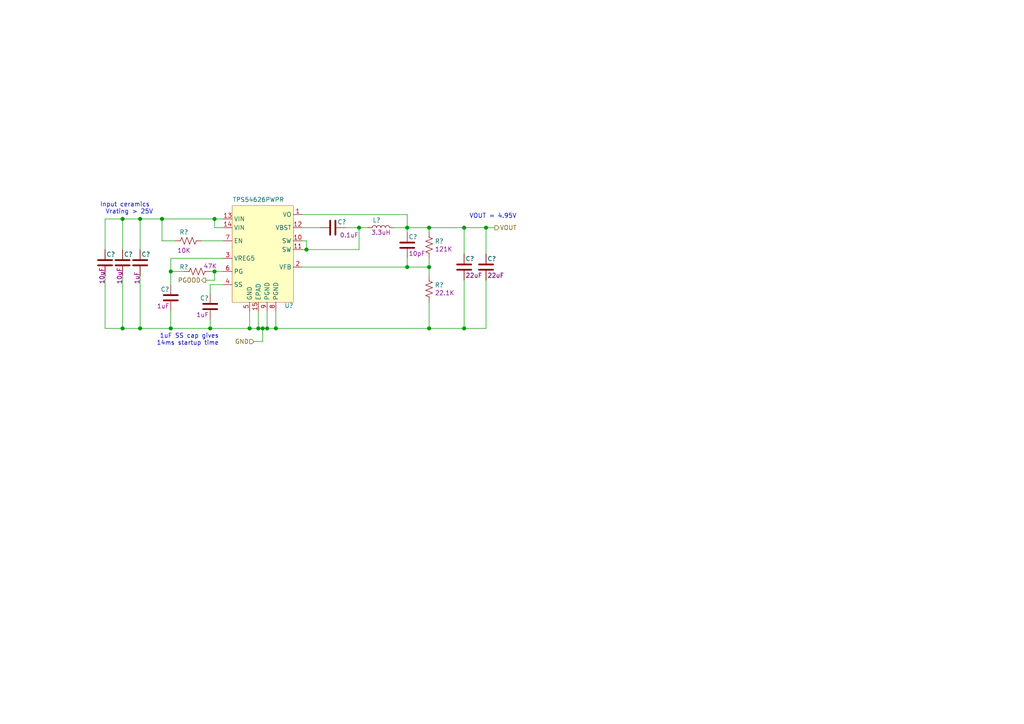
<source format=kicad_sch>
(kicad_sch (version 20210126) (generator eeschema)
  (paper "A4")
  (lib_symbols
    (symbol "mte_usb_hub:C1608X5R1E106M080AC" (pin_numbers hide) (pin_names (offset 0.254))
      (property "Reference" "C" (at 0.635 2.54 0))
      (property "id" "10uF" (at -3.81 2.54 0))
      (symbol "C1608X5R1E106M080AC_0_1"
        (polyline (pts (xy -2.032 -0.762) (xy 2.032 -0.762)) (stroke (width 0.508)))
        (polyline (pts (xy -2.032 0.762) (xy 2.032 0.762)) (stroke (width 0.508)))
      )
      (symbol "C1608X5R1E106M080AC_1_1"
        (pin passive line (at 0 3.81 270) (length 2.794) (name "~") (number "1"))
        (pin passive line (at 0 -3.81 90) (length 2.794) (name "~") (number "2"))
      )
    )
    (symbol "mte_usb_hub:CC0402FRNPO9BN100" (pin_numbers hide) (pin_names (offset 0.254))
      (property "Reference" "C" (at 0.635 2.54 0))
      (property "id" "10pF" (at -3.81 2.54 0))
      (symbol "CC0402FRNPO9BN100_0_1"
        (polyline (pts (xy -2.032 -0.762) (xy 2.032 -0.762)) (stroke (width 0.508)))
        (polyline (pts (xy -2.032 0.762) (xy 2.032 0.762)) (stroke (width 0.508)))
      )
      (symbol "CC0402FRNPO9BN100_1_1"
        (pin passive line (at 0 3.81 270) (length 2.794) (name "~") (number "1"))
        (pin passive line (at 0 -3.81 90) (length 2.794) (name "~") (number "2"))
      )
    )
    (symbol "mte_usb_hub:CC0402KRX5R7BB104" (pin_numbers hide) (pin_names (offset 0.254))
      (property "Reference" "C" (at 0.635 2.54 0))
      (property "id" "0.1uF" (at -3.81 2.54 0))
      (symbol "CC0402KRX5R7BB104_0_1"
        (polyline (pts (xy -2.032 -0.762) (xy 2.032 -0.762)) (stroke (width 0.508)))
        (polyline (pts (xy -2.032 0.762) (xy 2.032 0.762)) (stroke (width 0.508)))
      )
      (symbol "CC0402KRX5R7BB104_1_1"
        (pin passive line (at 0 3.81 270) (length 2.794) (name "~") (number "1"))
        (pin passive line (at 0 -3.81 90) (length 2.794) (name "~") (number "2"))
      )
    )
    (symbol "mte_usb_hub:CC0402KRX5R7BB105" (pin_numbers hide) (pin_names (offset 0.254))
      (property "Reference" "C" (at 0.635 2.54 0))
      (property "id" "1uF" (at -3.81 2.54 0))
      (symbol "CC0402KRX5R7BB105_0_1"
        (polyline (pts (xy -2.032 -0.762) (xy 2.032 -0.762)) (stroke (width 0.508)))
        (polyline (pts (xy -2.032 0.762) (xy 2.032 0.762)) (stroke (width 0.508)))
      )
      (symbol "CC0402KRX5R7BB105_1_1"
        (pin passive line (at 0 3.81 270) (length 2.794) (name "~") (number "1"))
        (pin passive line (at 0 -3.81 90) (length 2.794) (name "~") (number "2"))
      )
    )
    (symbol "mte_usb_hub:CC0603KRX5R9BB105" (pin_numbers hide) (pin_names (offset 0.254))
      (property "Reference" "C" (at 0.635 2.54 0))
      (property "id" "1uF" (at -3.81 2.54 0))
      (symbol "CC0603KRX5R9BB105_0_1"
        (polyline (pts (xy -2.032 -0.762) (xy 2.032 -0.762)) (stroke (width 0.508)))
        (polyline (pts (xy -2.032 0.762) (xy 2.032 0.762)) (stroke (width 0.508)))
      )
      (symbol "CC0603KRX5R9BB105_1_1"
        (pin passive line (at 0 3.81 270) (length 2.794) (name "~") (number "1"))
        (pin passive line (at 0 -3.81 90) (length 2.794) (name "~") (number "2"))
      )
    )
    (symbol "mte_usb_hub:CL21A226MOCLRNC" (pin_numbers hide) (pin_names (offset 0.254))
      (property "Reference" "C" (at 0.635 2.54 0))
      (property "id" "22uF" (at -3.81 2.54 0))
      (symbol "CL21A226MOCLRNC_0_1"
        (polyline (pts (xy -2.032 -0.762) (xy 2.032 -0.762)) (stroke (width 0.508)))
        (polyline (pts (xy -2.032 0.762) (xy 2.032 0.762)) (stroke (width 0.508)))
      )
      (symbol "CL21A226MOCLRNC_1_1"
        (pin passive line (at 0 3.81 270) (length 2.794) (name "~") (number "1"))
        (pin passive line (at 0 -3.81 90) (length 2.794) (name "~") (number "2"))
      )
    )
    (symbol "mte_usb_hub:PA5007.332NLT" (pin_numbers hide) (pin_names (offset 1.016) hide)
      (property "Reference" "L" (at -1.27 -1.27 90))
      (property "id" "3.3uH" (at 2.54 0 90))
      (symbol "PA5007.332NLT_0_1"
        (arc (start 0 -2.54) (end 0 -1.27) (radius (at 0 -1.905) (length 0.635) (angles -89.9 89.9)))
        (arc (start 0 -1.27) (end 0 0) (radius (at 0 -0.635) (length 0.635) (angles -89.9 89.9)))
        (arc (start 0 0) (end 0 1.27) (radius (at 0 0.635) (length 0.635) (angles -89.9 89.9)))
        (arc (start 0 1.27) (end 0 2.54) (radius (at 0 1.905) (length 0.635) (angles -89.9 89.9)))
      )
      (symbol "PA5007.332NLT_1_1"
        (pin passive line (at 0 3.81 270) (length 1.27) (name "1") (number "1"))
        (pin passive line (at 0 -3.81 90) (length 1.27) (name "2") (number "2"))
      )
    )
    (symbol "mte_usb_hub:RC0402FR-07121KL" (pin_numbers hide) (pin_names (offset 0))
      (property "Reference" "R" (at 2.54 0 90))
      (property "id" "121K" (at -2.54 0 90))
      (symbol "RC0402FR-07121KL_0_1"
        (polyline (pts (xy 0 -2.286) (xy 0 -2.54)))
        (polyline (pts (xy 0 2.286) (xy 0 2.54)))
        (polyline (pts (xy 0 -0.762) (xy 1.016 -1.143) (xy 0 -1.524) (xy -1.016 -1.905) (xy 0 -2.286)))
        (polyline (pts (xy 0 0.762) (xy 1.016 0.381) (xy 0 0) (xy -1.016 -0.381) (xy 0 -0.762)))
        (polyline (pts (xy 0 2.286) (xy 1.016 1.905) (xy 0 1.524) (xy -1.016 1.143) (xy 0 0.762)))
      )
      (symbol "RC0402FR-07121KL_1_1"
        (pin passive line (at 0 3.81 270) (length 1.27) (name "~") (number "1"))
        (pin passive line (at 0 -3.81 90) (length 1.27) (name "~") (number "2"))
      )
    )
    (symbol "mte_usb_hub:RC0402FR-0722K1L" (pin_numbers hide) (pin_names (offset 0))
      (property "Reference" "R" (at 2.54 0 90))
      (property "id" "22.1K" (at -2.54 0 90))
      (symbol "RC0402FR-0722K1L_0_1"
        (polyline (pts (xy 0 -2.286) (xy 0 -2.54)))
        (polyline (pts (xy 0 2.286) (xy 0 2.54)))
        (polyline (pts (xy 0 -0.762) (xy 1.016 -1.143) (xy 0 -1.524) (xy -1.016 -1.905) (xy 0 -2.286)))
        (polyline (pts (xy 0 0.762) (xy 1.016 0.381) (xy 0 0) (xy -1.016 -0.381) (xy 0 -0.762)))
        (polyline (pts (xy 0 2.286) (xy 1.016 1.905) (xy 0 1.524) (xy -1.016 1.143) (xy 0 0.762)))
      )
      (symbol "RC0402FR-0722K1L_1_1"
        (pin passive line (at 0 3.81 270) (length 1.27) (name "~") (number "1"))
        (pin passive line (at 0 -3.81 90) (length 1.27) (name "~") (number "2"))
      )
    )
    (symbol "mte_usb_hub:RC0402JR-0710KL" (pin_numbers hide) (pin_names (offset 0))
      (property "Reference" "R" (at 2.54 0 90))
      (property "id" "10K" (at -2.54 0 90))
      (symbol "RC0402JR-0710KL_0_1"
        (polyline (pts (xy 0 -2.286) (xy 0 -2.54)))
        (polyline (pts (xy 0 2.286) (xy 0 2.54)))
        (polyline (pts (xy 0 -0.762) (xy 1.016 -1.143) (xy 0 -1.524) (xy -1.016 -1.905) (xy 0 -2.286)))
        (polyline (pts (xy 0 0.762) (xy 1.016 0.381) (xy 0 0) (xy -1.016 -0.381) (xy 0 -0.762)))
        (polyline (pts (xy 0 2.286) (xy 1.016 1.905) (xy 0 1.524) (xy -1.016 1.143) (xy 0 0.762)))
      )
      (symbol "RC0402JR-0710KL_1_1"
        (pin passive line (at 0 3.81 270) (length 1.27) (name "~") (number "1"))
        (pin passive line (at 0 -3.81 90) (length 1.27) (name "~") (number "2"))
      )
    )
    (symbol "mte_usb_hub:RC0402JR-0747KL" (pin_numbers hide) (pin_names (offset 0))
      (property "Reference" "R" (at 2.54 0 90))
      (property "id" "47K" (at -2.54 0 90))
      (symbol "RC0402JR-0747KL_0_1"
        (polyline (pts (xy 0 -2.286) (xy 0 -2.54)))
        (polyline (pts (xy 0 2.286) (xy 0 2.54)))
        (polyline (pts (xy 0 -0.762) (xy 1.016 -1.143) (xy 0 -1.524) (xy -1.016 -1.905) (xy 0 -2.286)))
        (polyline (pts (xy 0 0.762) (xy 1.016 0.381) (xy 0 0) (xy -1.016 -0.381) (xy 0 -0.762)))
        (polyline (pts (xy 0 2.286) (xy 1.016 1.905) (xy 0 1.524) (xy -1.016 1.143) (xy 0 0.762)))
      )
      (symbol "RC0402JR-0747KL_1_1"
        (pin passive line (at 0 3.81 270) (length 1.27) (name "~") (number "1"))
        (pin passive line (at 0 -3.81 90) (length 1.27) (name "~") (number "2"))
      )
    )
    (symbol "mte_usb_hub:TPS54626PWPR"
      (property "Reference" "U" (at -1.27 0 0))
      (property "Value" "TPS54626PWPR" (at 0 0 0))
      (symbol "TPS54626PWPR_0_1"
        (rectangle (start -8.89 12.7) (end 8.89 -15.24) (stroke (width 0.001)) (fill (type background)))
      )
      (symbol "TPS54626PWPR_1_1"
        (pin passive line (at 11.43 10.16 180) (length 2.54) (name "VO") (number "1"))
        (pin input line (at 11.43 -5.08 180) (length 2.54) (name "VFB") (number "2"))
        (pin power_out line (at -11.43 -2.54 0) (length 2.54) (name "VREG5") (number "3"))
        (pin input line (at -11.43 -10.16 0) (length 2.54) (name "SS") (number "4"))
        (pin power_in line (at -3.81 -17.78 90) (length 2.54) (name "GND") (number "5"))
        (pin output line (at -11.43 -6.35 0) (length 2.54) (name "PG") (number "6"))
        (pin input line (at -11.43 2.54 0) (length 2.54) (name "EN") (number "7"))
        (pin power_in line (at 3.81 -17.78 90) (length 2.54) (name "PGND") (number "8"))
        (pin power_in line (at 1.27 -17.78 90) (length 2.54) (name "PGND") (number "9"))
        (pin power_out line (at 11.43 2.54 180) (length 2.54) (name "SW") (number "10"))
        (pin passive line (at 11.43 0 180) (length 2.54) (name "SW") (number "11"))
        (pin input line (at 11.43 6.35 180) (length 2.54) (name "VBST") (number "12"))
        (pin power_in line (at -11.43 8.89 0) (length 2.54) (name "VIN") (number "13"))
        (pin power_in line (at -11.43 6.35 0) (length 2.54) (name "VIN") (number "14"))
        (pin power_in line (at -1.27 -17.78 90) (length 2.54) (name "EPAD") (number "15"))
      )
    )
  )
  (junction (at 35.56 63.5) (diameter 1.016))
  (junction (at 35.56 95.25) (diameter 1.016))
  (junction (at 40.64 63.5) (diameter 1.016))
  (junction (at 40.64 95.25) (diameter 1.016))
  (junction (at 46.99 63.5) (diameter 1.016))
  (junction (at 49.53 78.74) (diameter 1.016))
  (junction (at 49.53 95.25) (diameter 1.016))
  (junction (at 60.96 95.25) (diameter 1.016))
  (junction (at 62.23 63.5) (diameter 1.016))
  (junction (at 62.23 78.74) (diameter 1.016))
  (junction (at 72.39 95.25) (diameter 1.016))
  (junction (at 74.93 95.25) (diameter 1.016))
  (junction (at 76.2 95.25) (diameter 1.016))
  (junction (at 77.47 95.25) (diameter 1.016))
  (junction (at 80.01 95.25) (diameter 1.016))
  (junction (at 88.9 72.39) (diameter 1.016))
  (junction (at 104.14 66.04) (diameter 1.016))
  (junction (at 118.11 66.04) (diameter 1.016))
  (junction (at 118.11 77.47) (diameter 1.016))
  (junction (at 124.46 66.04) (diameter 1.016))
  (junction (at 124.46 77.47) (diameter 1.016))
  (junction (at 124.46 95.25) (diameter 1.016))
  (junction (at 134.62 66.04) (diameter 1.016))
  (junction (at 134.62 95.25) (diameter 1.016))
  (junction (at 140.97 66.04) (diameter 1.016))
  (wire (pts (xy 30.48 63.5) (xy 35.56 63.5)))
  (wire (pts (xy 30.48 72.39) (xy 30.48 63.5)))
  (wire (pts (xy 30.48 80.01) (xy 30.48 95.25)))
  (wire (pts (xy 30.48 95.25) (xy 35.56 95.25)))
  (wire (pts (xy 35.56 63.5) (xy 40.64 63.5)))
  (wire (pts (xy 35.56 72.39) (xy 35.56 63.5)))
  (wire (pts (xy 35.56 80.01) (xy 35.56 95.25)))
  (wire (pts (xy 35.56 95.25) (xy 40.64 95.25)))
  (wire (pts (xy 40.64 63.5) (xy 40.64 72.39)))
  (wire (pts (xy 40.64 63.5) (xy 46.99 63.5)))
  (wire (pts (xy 40.64 80.01) (xy 40.64 95.25)))
  (wire (pts (xy 40.64 95.25) (xy 49.53 95.25)))
  (wire (pts (xy 46.99 63.5) (xy 46.99 69.85)))
  (wire (pts (xy 46.99 63.5) (xy 62.23 63.5)))
  (wire (pts (xy 49.53 74.93) (xy 64.77 74.93)))
  (wire (pts (xy 49.53 78.74) (xy 49.53 74.93)))
  (wire (pts (xy 49.53 78.74) (xy 53.34 78.74)))
  (wire (pts (xy 49.53 82.55) (xy 49.53 78.74)))
  (wire (pts (xy 49.53 95.25) (xy 49.53 90.17)))
  (wire (pts (xy 49.53 95.25) (xy 60.96 95.25)))
  (wire (pts (xy 50.8 69.85) (xy 46.99 69.85)))
  (wire (pts (xy 58.42 69.85) (xy 64.77 69.85)))
  (wire (pts (xy 59.69 81.28) (xy 62.23 81.28)))
  (wire (pts (xy 60.96 78.74) (xy 62.23 78.74)))
  (wire (pts (xy 60.96 82.55) (xy 64.77 82.55)))
  (wire (pts (xy 60.96 85.09) (xy 60.96 82.55)))
  (wire (pts (xy 60.96 92.71) (xy 60.96 95.25)))
  (wire (pts (xy 60.96 95.25) (xy 72.39 95.25)))
  (wire (pts (xy 62.23 63.5) (xy 64.77 63.5)))
  (wire (pts (xy 62.23 66.04) (xy 62.23 63.5)))
  (wire (pts (xy 62.23 78.74) (xy 64.77 78.74)))
  (wire (pts (xy 62.23 81.28) (xy 62.23 78.74)))
  (wire (pts (xy 64.77 66.04) (xy 62.23 66.04)))
  (wire (pts (xy 72.39 90.17) (xy 72.39 95.25)))
  (wire (pts (xy 72.39 95.25) (xy 74.93 95.25)))
  (wire (pts (xy 73.66 99.06) (xy 76.2 99.06)))
  (wire (pts (xy 74.93 90.17) (xy 74.93 95.25)))
  (wire (pts (xy 74.93 95.25) (xy 76.2 95.25)))
  (wire (pts (xy 76.2 95.25) (xy 76.2 99.06)))
  (wire (pts (xy 76.2 95.25) (xy 77.47 95.25)))
  (wire (pts (xy 77.47 90.17) (xy 77.47 95.25)))
  (wire (pts (xy 80.01 90.17) (xy 80.01 95.25)))
  (wire (pts (xy 80.01 95.25) (xy 77.47 95.25)))
  (wire (pts (xy 87.63 62.23) (xy 118.11 62.23)))
  (wire (pts (xy 87.63 66.04) (xy 92.71 66.04)))
  (wire (pts (xy 87.63 69.85) (xy 88.9 69.85)))
  (wire (pts (xy 87.63 72.39) (xy 88.9 72.39)))
  (wire (pts (xy 87.63 77.47) (xy 118.11 77.47)))
  (wire (pts (xy 88.9 69.85) (xy 88.9 72.39)))
  (wire (pts (xy 88.9 72.39) (xy 104.14 72.39)))
  (wire (pts (xy 104.14 66.04) (xy 100.33 66.04)))
  (wire (pts (xy 104.14 66.04) (xy 104.14 72.39)))
  (wire (pts (xy 104.14 66.04) (xy 106.68 66.04)))
  (wire (pts (xy 118.11 62.23) (xy 118.11 66.04)))
  (wire (pts (xy 118.11 66.04) (xy 114.3 66.04)))
  (wire (pts (xy 118.11 67.31) (xy 118.11 66.04)))
  (wire (pts (xy 118.11 74.93) (xy 118.11 77.47)))
  (wire (pts (xy 118.11 77.47) (xy 124.46 77.47)))
  (wire (pts (xy 124.46 66.04) (xy 118.11 66.04)))
  (wire (pts (xy 124.46 67.31) (xy 124.46 66.04)))
  (wire (pts (xy 124.46 74.93) (xy 124.46 77.47)))
  (wire (pts (xy 124.46 77.47) (xy 124.46 80.01)))
  (wire (pts (xy 124.46 87.63) (xy 124.46 95.25)))
  (wire (pts (xy 124.46 95.25) (xy 80.01 95.25)))
  (wire (pts (xy 134.62 66.04) (xy 124.46 66.04)))
  (wire (pts (xy 134.62 73.66) (xy 134.62 66.04)))
  (wire (pts (xy 134.62 81.28) (xy 134.62 95.25)))
  (wire (pts (xy 134.62 95.25) (xy 124.46 95.25)))
  (wire (pts (xy 140.97 66.04) (xy 134.62 66.04)))
  (wire (pts (xy 140.97 66.04) (xy 143.51 66.04)))
  (wire (pts (xy 140.97 73.66) (xy 140.97 66.04)))
  (wire (pts (xy 140.97 81.28) (xy 140.97 95.25)))
  (wire (pts (xy 140.97 95.25) (xy 134.62 95.25)))
  (text "Input ceramics \nVrating > 25V" (at 44.45 62.23 180) (effects (font (size 1.27 1.27)) (justify right bottom)))
  (text "1uF SS cap gives\n14ms startup time" (at 63.5 100.33 180) (effects (font (size 1.27 1.27)) (justify right bottom)))
  (text "VOUT = 4.95V" (at 149.86 63.5 180) (effects (font (size 1.27 1.27)) (justify right bottom)))
  (hierarchical_label "PGOOD" (shape output) (at 59.69 81.28 180))
  (hierarchical_label "GND" (shape input) (at 73.66 99.06 180))
  (hierarchical_label "VOUT" (shape output) (at 143.51 66.04 0))
  (symbol (lib_id "mte_usb_hub:PA5007.332NLT") (at 110.49 66.04 90) (unit 1)
    (property "Reference" "L?" (at 109.22 63.8618 90))
    (property "Value" "PA5007.332NLT" (effects hide))
    (property "id" "3.3uH" (at 110.49 67.4305 90))
    (property "manf" "Pulse Electronics Power" (effects hide))
  )
  (symbol (lib_id "mte_usb_hub:RC0402JR-0710KL") (at 54.61 69.85 270) (unit 1)
    (property "Reference" "R?" (at 53.34 67.3292 90))
    (property "Value" "RC0402JR-0710KL" (effects hide))
    (property "Footprint" "footprints:RESISTOR_0402N" (effects hide))
    (property "Datasheet" "${MTE_LIB_DIR}/datasheets/PYu-RC_Group_51_RoHS_L_11.pdf" (effects hide))
    (property "id" "10K" (at 53.34 72.6505 90))
    (property "manf" "Yageo" (effects hide))
  )
  (symbol (lib_id "mte_usb_hub:RC0402JR-0747KL") (at 57.15 78.74 90) (unit 1)
    (property "Reference" "R?" (at 53.34 77.4508 90))
    (property "Value" "RC0402JR-0747KL" (effects hide))
    (property "Footprint" "footprints:RESISTOR_0402N" (effects hide))
    (property "Datasheet" "${MTE_LIB_DIR}/datasheets/PYu-RC_Group_51_RoHS_L_11.pdf" (effects hide))
    (property "id" "47K" (at 60.96 77.2095 90))
    (property "manf" "Yageo" (effects hide))
  )
  (symbol (lib_id "mte_usb_hub:RC0402FR-07121KL") (at 124.46 71.12 0) (unit 1)
    (property "Reference" "R?" (at 126.1111 69.9706 0) (effects (justify left)))
    (property "Value" "RC0402FR-07121KL" (effects hide))
    (property "Footprint" "footprints:RESISTOR_0402N" (effects hide))
    (property "id" "121K" (at 126.1111 72.2693 0) (effects (justify left)))
    (property "manf" "Yageo" (effects hide))
  )
  (symbol (lib_id "mte_usb_hub:RC0402FR-0722K1L") (at 124.46 83.82 0) (unit 1)
    (property "Reference" "R?" (at 126.1111 82.6706 0) (effects (justify left)))
    (property "Value" "RC0402FR-0722K1L" (effects hide))
    (property "Footprint" "footprints:RESISTOR_0402N" (effects hide))
    (property "id" "22.1K" (at 126.1111 84.9693 0) (effects (justify left)))
    (property "manf" "Yageo" (effects hide))
  )
  (symbol (lib_id "mte_usb_hub:C1608X5R1E106M080AC") (at 30.48 76.2 0) (unit 1)
    (property "Reference" "C?" (at 30.8611 73.7806 0) (effects (justify left)))
    (property "Value" "C1608X5R1E106M080AC" (effects hide))
    (property "Footprint" "footprints:CAPACITOR_0603N" (effects hide))
    (property "id" "10uF" (at 29.5911 82.4293 90) (effects (justify left)))
  )
  (symbol (lib_id "mte_usb_hub:C1608X5R1E106M080AC") (at 35.56 76.2 0) (unit 1)
    (property "Reference" "C?" (at 35.9411 73.7806 0) (effects (justify left)))
    (property "Value" "C1608X5R1E106M080AC" (effects hide))
    (property "Footprint" "footprints:CAPACITOR_0603N" (effects hide))
    (property "id" "10uF" (at 34.6711 82.4293 90) (effects (justify left)))
  )
  (symbol (lib_id "mte_usb_hub:CC0603KRX5R9BB105") (at 40.64 76.2 0) (unit 1)
    (property "Reference" "C?" (at 41.0211 73.7806 0) (effects (justify left)))
    (property "Value" "CC0603KRX5R9BB105" (effects hide))
    (property "Footprint" "footprints:CAPACITOR_0603N" (effects hide))
    (property "Datasheet" "${MTE_LIB_DIR}/datasheets/UPY-GPHC_X5R_4V-to-50V_26.pdf" (effects hide))
    (property "id" "1uF" (at 39.7511 82.4293 90) (effects (justify left)))
  )
  (symbol (lib_id "mte_usb_hub:CC0402KRX5R7BB105") (at 49.53 86.36 0) (mirror y) (unit 1)
    (property "Reference" "C?" (at 49.1489 83.9406 0) (effects (justify left)))
    (property "Value" "CC0402KRX5R7BB105" (effects hide))
    (property "Footprint" "footprints:CAPACITOR_0402N" (effects hide))
    (property "Datasheet" "${MTE_LIB_DIR}/datasheets/UPY-GP_NP0_16V-to-50V_18.pdf" (effects hide))
    (property "id" "1uF" (at 49.1489 88.7793 0) (effects (justify left)))
  )
  (symbol (lib_id "mte_usb_hub:CC0402KRX5R7BB105") (at 60.96 88.9 0) (mirror y) (unit 1)
    (property "Reference" "C?" (at 60.5789 86.4806 0) (effects (justify left)))
    (property "Value" "CC0402KRX5R7BB105" (effects hide))
    (property "Footprint" "footprints:CAPACITOR_0402N" (effects hide))
    (property "Datasheet" "${MTE_LIB_DIR}/datasheets/UPY-GP_NP0_16V-to-50V_18.pdf" (effects hide))
    (property "id" "1uF" (at 60.5789 91.3193 0) (effects (justify left)))
  )
  (symbol (lib_id "mte_usb_hub:CC0402KRX5R7BB104") (at 96.52 66.04 90) (unit 1)
    (property "Reference" "C?" (at 100.4506 64.3889 90) (effects (justify left)))
    (property "Value" "CC0402KRX5R7BB104" (effects hide))
    (property "Footprint" "footprints:CAPACITOR_0402N" (effects hide))
    (property "Datasheet" "${MTE_LIB_DIR}/datasheets/UPY-GP_NP0_16V-to-50V_18.pdf" (effects hide))
    (property "id" "0.1uF" (at 104.0193 68.1989 90) (effects (justify left)))
  )
  (symbol (lib_id "mte_usb_hub:CC0402FRNPO9BN100") (at 118.11 71.12 0) (unit 1)
    (property "Reference" "C?" (at 118.4911 68.7006 0) (effects (justify left)))
    (property "Value" "CC0402FRNPO9BN100" (effects hide))
    (property "Footprint" "footprints:CAPACITOR_0402N" (effects hide))
    (property "Datasheet" "${MTE_LIB_DIR}/datasheets/UPY-GP_NP0_16V-to-50V_18.pdf" (effects hide))
    (property "id" "10pF" (at 118.4911 73.5393 0) (effects (justify left)))
  )
  (symbol (lib_id "mte_usb_hub:CL21A226MOCLRNC") (at 134.62 77.47 0) (unit 1)
    (property "Reference" "C?" (at 135.0011 75.0506 0) (effects (justify left)))
    (property "Value" "CL21A226MOCLRNC" (effects hide))
    (property "Footprint" "footprints:CAPACITOR_0805N" (effects hide))
    (property "Datasheet" "${MTE_LIB_DIR}/datasheets/CL21A226MOCLRNC_Spec.pdf" (effects hide))
    (property "id" "22uF" (at 135.0011 79.8893 0) (effects (justify left)))
  )
  (symbol (lib_id "mte_usb_hub:CL21A226MOCLRNC") (at 140.97 77.47 0) (unit 1)
    (property "Reference" "C?" (at 141.3511 75.0506 0) (effects (justify left)))
    (property "Value" "CL21A226MOCLRNC" (effects hide))
    (property "Footprint" "footprints:CAPACITOR_0805N" (effects hide))
    (property "Datasheet" "${MTE_LIB_DIR}/datasheets/CL21A226MOCLRNC_Spec.pdf" (effects hide))
    (property "id" "22uF" (at 141.3511 79.8893 0) (effects (justify left)))
  )
  (symbol (lib_id "mte_usb_hub:TPS54626PWPR") (at 76.2 72.39 0) (unit 1)
    (property "Reference" "U?" (at 83.82 88.6263 0))
    (property "Value" "TPS54626PWPR" (at 74.93 57.905 0))
  )
)
</source>
